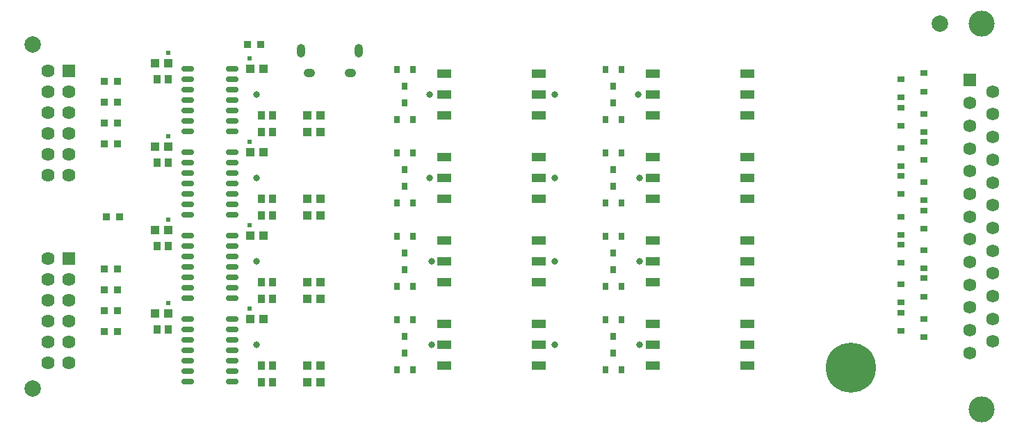
<source format=gts>
G04*
G04 #@! TF.GenerationSoftware,Altium Limited,Altium Designer,20.2.6 (244)*
G04*
G04 Layer_Color=8388736*
%FSLAX25Y25*%
%MOIN*%
G70*
G04*
G04 #@! TF.SameCoordinates,92151F8D-A914-4CFD-8B26-E94C02A97E6A*
G04*
G04*
G04 #@! TF.FilePolarity,Negative*
G04*
G01*
G75*
%ADD17R,0.03150X0.03543*%
%ADD24R,0.06693X0.04331*%
%ADD25R,0.03661X0.02854*%
%ADD26R,0.03543X0.03543*%
%ADD27C,0.07874*%
%ADD28O,0.06102X0.02756*%
%ADD29R,0.03543X0.04134*%
%ADD30R,0.03937X0.04331*%
%ADD31O,0.04134X0.06496*%
%ADD32O,0.05512X0.04134*%
%ADD33C,0.12500*%
%ADD34C,0.06265*%
%ADD35R,0.06265X0.06265*%
%ADD36C,0.24016*%
%ADD37C,0.00394*%
%ADD38R,0.06394X0.06394*%
%ADD39C,0.06394*%
%ADD40C,0.02500*%
%ADD41C,0.03156*%
%ADD42C,0.02425*%
D17*
X289740Y157874D02*
D03*
X282260D02*
D03*
X286000Y150000D02*
D03*
Y190000D02*
D03*
X282260Y197874D02*
D03*
X289740D02*
D03*
Y237874D02*
D03*
X282260D02*
D03*
X286000Y230000D02*
D03*
Y270000D02*
D03*
X282260Y277874D02*
D03*
X289740D02*
D03*
X282260Y134126D02*
D03*
X289740D02*
D03*
X286000Y142000D02*
D03*
Y182000D02*
D03*
X289740Y174126D02*
D03*
X282260D02*
D03*
Y214126D02*
D03*
X289740D02*
D03*
X286000Y222000D02*
D03*
Y262000D02*
D03*
X289740Y254126D02*
D03*
X282260D02*
D03*
X389740Y157874D02*
D03*
X382260D02*
D03*
X386000Y150000D02*
D03*
Y190000D02*
D03*
X382260Y197874D02*
D03*
X389740D02*
D03*
Y237874D02*
D03*
X382260D02*
D03*
X386000Y230000D02*
D03*
Y270000D02*
D03*
X382260Y277874D02*
D03*
X389740D02*
D03*
X382260Y134126D02*
D03*
X389740D02*
D03*
X386000Y142000D02*
D03*
Y182000D02*
D03*
X389740Y174126D02*
D03*
X382260D02*
D03*
Y214126D02*
D03*
X389740D02*
D03*
X386000Y222000D02*
D03*
Y262000D02*
D03*
X389740Y254126D02*
D03*
X382260D02*
D03*
D24*
X350276Y156000D02*
D03*
Y146000D02*
D03*
Y136000D02*
D03*
X305000D02*
D03*
Y146000D02*
D03*
Y156000D02*
D03*
Y196000D02*
D03*
Y186000D02*
D03*
Y176000D02*
D03*
X350276D02*
D03*
Y186000D02*
D03*
Y196000D02*
D03*
Y236000D02*
D03*
Y226000D02*
D03*
Y216000D02*
D03*
X305000D02*
D03*
Y226000D02*
D03*
Y236000D02*
D03*
Y276000D02*
D03*
Y266000D02*
D03*
Y256000D02*
D03*
X350276D02*
D03*
Y266000D02*
D03*
Y276000D02*
D03*
X450276Y156000D02*
D03*
Y146000D02*
D03*
Y136000D02*
D03*
X405000D02*
D03*
Y146000D02*
D03*
Y156000D02*
D03*
X404862Y196000D02*
D03*
Y186000D02*
D03*
Y176000D02*
D03*
X450138D02*
D03*
Y186000D02*
D03*
Y196000D02*
D03*
X450276Y236000D02*
D03*
Y226000D02*
D03*
Y216000D02*
D03*
X405000D02*
D03*
Y226000D02*
D03*
Y236000D02*
D03*
Y276000D02*
D03*
Y266000D02*
D03*
Y256000D02*
D03*
X450276D02*
D03*
Y266000D02*
D03*
Y276000D02*
D03*
D25*
X535000Y149620D02*
D03*
Y158380D02*
D03*
X523800Y161500D02*
D03*
Y152740D02*
D03*
Y166240D02*
D03*
Y175000D02*
D03*
X535000Y177880D02*
D03*
Y169120D02*
D03*
Y182620D02*
D03*
Y191380D02*
D03*
X523800Y194000D02*
D03*
Y185240D02*
D03*
Y198740D02*
D03*
Y207500D02*
D03*
X535000Y210500D02*
D03*
Y201740D02*
D03*
Y234600D02*
D03*
Y243360D02*
D03*
X523800Y240500D02*
D03*
Y231740D02*
D03*
X535000Y224000D02*
D03*
Y215240D02*
D03*
X523800Y227160D02*
D03*
Y218400D02*
D03*
X535000Y256800D02*
D03*
Y248040D02*
D03*
X534900Y267500D02*
D03*
Y276260D02*
D03*
X523800Y251100D02*
D03*
Y259860D02*
D03*
Y264540D02*
D03*
Y273300D02*
D03*
D26*
X142850Y207500D02*
D03*
X149150D02*
D03*
X141850Y152500D02*
D03*
X148150D02*
D03*
Y162500D02*
D03*
X141850D02*
D03*
Y182500D02*
D03*
X148150D02*
D03*
Y172500D02*
D03*
X141850D02*
D03*
Y242500D02*
D03*
X148150D02*
D03*
Y252500D02*
D03*
X141850D02*
D03*
Y262500D02*
D03*
X148150D02*
D03*
Y272500D02*
D03*
X141850D02*
D03*
X210650Y290000D02*
D03*
X216950D02*
D03*
D27*
X107500Y125000D02*
D03*
X542500Y300000D02*
D03*
X107500Y290000D02*
D03*
D28*
X203228Y128500D02*
D03*
Y133500D02*
D03*
Y138500D02*
D03*
Y143500D02*
D03*
Y148500D02*
D03*
Y153500D02*
D03*
Y158500D02*
D03*
X181772Y128500D02*
D03*
Y133500D02*
D03*
Y138500D02*
D03*
Y143500D02*
D03*
Y148500D02*
D03*
Y153500D02*
D03*
Y158500D02*
D03*
Y198500D02*
D03*
Y193500D02*
D03*
Y188500D02*
D03*
Y183500D02*
D03*
Y178500D02*
D03*
Y173500D02*
D03*
Y168500D02*
D03*
X203228Y198500D02*
D03*
Y193500D02*
D03*
Y188500D02*
D03*
Y183500D02*
D03*
Y178500D02*
D03*
Y173500D02*
D03*
Y168500D02*
D03*
Y208500D02*
D03*
Y213500D02*
D03*
Y218500D02*
D03*
Y223500D02*
D03*
Y228500D02*
D03*
Y233500D02*
D03*
Y238500D02*
D03*
X181772Y208500D02*
D03*
Y213500D02*
D03*
Y218500D02*
D03*
Y223500D02*
D03*
Y228500D02*
D03*
Y233500D02*
D03*
Y238500D02*
D03*
Y278500D02*
D03*
Y273500D02*
D03*
Y268500D02*
D03*
Y263500D02*
D03*
Y258500D02*
D03*
Y253500D02*
D03*
Y248500D02*
D03*
X203228Y278500D02*
D03*
Y273500D02*
D03*
Y268500D02*
D03*
Y263500D02*
D03*
Y258500D02*
D03*
Y253500D02*
D03*
Y248500D02*
D03*
D29*
X222657Y136000D02*
D03*
X217342D02*
D03*
Y176000D02*
D03*
X222657D02*
D03*
Y216000D02*
D03*
X217342D02*
D03*
Y256000D02*
D03*
X222657D02*
D03*
Y128000D02*
D03*
X217342D02*
D03*
Y168000D02*
D03*
X222657D02*
D03*
Y208000D02*
D03*
X217342D02*
D03*
Y248000D02*
D03*
X222657D02*
D03*
X172500Y153500D02*
D03*
X167185D02*
D03*
Y193500D02*
D03*
X172500D02*
D03*
Y233500D02*
D03*
X167185D02*
D03*
Y273500D02*
D03*
X172500D02*
D03*
D30*
X245650Y136000D02*
D03*
X239350D02*
D03*
Y176000D02*
D03*
X245650D02*
D03*
Y216000D02*
D03*
X239350D02*
D03*
Y256000D02*
D03*
X245650D02*
D03*
Y128000D02*
D03*
X239350D02*
D03*
Y168000D02*
D03*
X245650D02*
D03*
Y208000D02*
D03*
X239350D02*
D03*
Y248000D02*
D03*
X245650D02*
D03*
X172500Y161000D02*
D03*
X166201D02*
D03*
Y201000D02*
D03*
X172500D02*
D03*
Y241000D02*
D03*
X166201D02*
D03*
Y281000D02*
D03*
X172500D02*
D03*
X211850Y158500D02*
D03*
X218150D02*
D03*
Y198500D02*
D03*
X211850D02*
D03*
Y238500D02*
D03*
X218150D02*
D03*
Y278500D02*
D03*
X211850D02*
D03*
D31*
X263779Y287130D02*
D03*
X236221D02*
D03*
D32*
X259842Y276500D02*
D03*
X240158D02*
D03*
D33*
X562400Y114900D02*
D03*
Y300100D02*
D03*
D34*
X568000Y147550D02*
D03*
Y158450D02*
D03*
Y169350D02*
D03*
Y180250D02*
D03*
Y191150D02*
D03*
Y202050D02*
D03*
Y212950D02*
D03*
Y223850D02*
D03*
Y234750D02*
D03*
Y245650D02*
D03*
Y256550D02*
D03*
Y267450D02*
D03*
X556800Y142100D02*
D03*
Y153000D02*
D03*
Y163900D02*
D03*
Y174800D02*
D03*
Y185700D02*
D03*
Y196600D02*
D03*
Y207500D02*
D03*
Y218400D02*
D03*
Y229300D02*
D03*
Y240200D02*
D03*
Y251100D02*
D03*
Y262000D02*
D03*
D35*
Y272900D02*
D03*
D36*
X500000Y135000D02*
D03*
D37*
Y280000D02*
D03*
X115000Y207500D02*
D03*
D38*
X125000Y277500D02*
D03*
Y187500D02*
D03*
D39*
Y267500D02*
D03*
Y257500D02*
D03*
Y247500D02*
D03*
Y237500D02*
D03*
Y227500D02*
D03*
X115000D02*
D03*
Y257500D02*
D03*
Y237500D02*
D03*
Y277500D02*
D03*
Y267500D02*
D03*
Y247500D02*
D03*
X125000Y177500D02*
D03*
Y167500D02*
D03*
Y157500D02*
D03*
Y147500D02*
D03*
Y137500D02*
D03*
X115000D02*
D03*
Y167500D02*
D03*
Y147500D02*
D03*
Y187500D02*
D03*
Y177500D02*
D03*
Y157500D02*
D03*
D40*
X500000Y125000D02*
D03*
Y145000D02*
D03*
X490000Y135000D02*
D03*
X510000D02*
D03*
X507000Y128000D02*
D03*
X493000D02*
D03*
Y142000D02*
D03*
X507000D02*
D03*
D41*
X298000Y266000D02*
D03*
Y226000D02*
D03*
X299000Y186000D02*
D03*
Y146000D02*
D03*
X215000D02*
D03*
Y186000D02*
D03*
Y226000D02*
D03*
Y266000D02*
D03*
X398500Y146000D02*
D03*
Y186000D02*
D03*
Y226000D02*
D03*
X398000Y266000D02*
D03*
X358000Y146000D02*
D03*
Y266000D02*
D03*
Y226000D02*
D03*
Y186000D02*
D03*
D42*
X172500Y286000D02*
D03*
X211500Y163500D02*
D03*
Y203500D02*
D03*
Y243500D02*
D03*
Y283500D02*
D03*
X172500Y166000D02*
D03*
Y206000D02*
D03*
Y246000D02*
D03*
M02*

</source>
